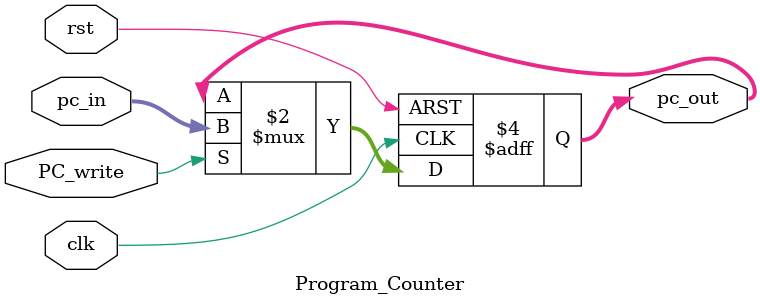
<source format=sv>
module Program_Counter( 
     input rst,
     input clk,
     input PC_write,
     input [31:0] pc_in,
     output reg [31:0] pc_out
);

always_ff @(posedge rst or posedge clk) begin
     if(rst)
          pc_out <= 32'b0;
     else 
          if(PC_write)
          pc_out <= pc_in;
end

endmodule
</source>
